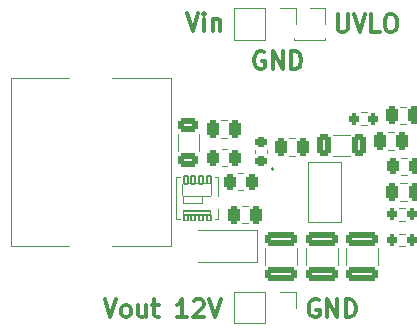
<source format=gto>
G04 #@! TF.GenerationSoftware,KiCad,Pcbnew,(6.0.5)*
G04 #@! TF.CreationDate,2023-01-30T16:32:02-08:00*
G04 #@! TF.ProjectId,12V_Converter_TPS611781,3132565f-436f-46e7-9665-727465725f54,rev?*
G04 #@! TF.SameCoordinates,Original*
G04 #@! TF.FileFunction,Legend,Top*
G04 #@! TF.FilePolarity,Positive*
%FSLAX46Y46*%
G04 Gerber Fmt 4.6, Leading zero omitted, Abs format (unit mm)*
G04 Created by KiCad (PCBNEW (6.0.5)) date 2023-01-30 16:32:02*
%MOMM*%
%LPD*%
G01*
G04 APERTURE LIST*
G04 Aperture macros list*
%AMRoundRect*
0 Rectangle with rounded corners*
0 $1 Rounding radius*
0 $2 $3 $4 $5 $6 $7 $8 $9 X,Y pos of 4 corners*
0 Add a 4 corners polygon primitive as box body*
4,1,4,$2,$3,$4,$5,$6,$7,$8,$9,$2,$3,0*
0 Add four circle primitives for the rounded corners*
1,1,$1+$1,$2,$3*
1,1,$1+$1,$4,$5*
1,1,$1+$1,$6,$7*
1,1,$1+$1,$8,$9*
0 Add four rect primitives between the rounded corners*
20,1,$1+$1,$2,$3,$4,$5,0*
20,1,$1+$1,$4,$5,$6,$7,0*
20,1,$1+$1,$6,$7,$8,$9,0*
20,1,$1+$1,$8,$9,$2,$3,0*%
G04 Aperture macros list end*
%ADD10C,0.300000*%
%ADD11C,0.150000*%
%ADD12C,0.120000*%
%ADD13C,0.100000*%
%ADD14RoundRect,0.250000X0.262500X0.450000X-0.262500X0.450000X-0.262500X-0.450000X0.262500X-0.450000X0*%
%ADD15R,1.700000X1.700000*%
%ADD16R,1.400000X2.100000*%
%ADD17RoundRect,0.250000X0.250000X0.475000X-0.250000X0.475000X-0.250000X-0.475000X0.250000X-0.475000X0*%
%ADD18O,1.700000X1.700000*%
%ADD19RoundRect,0.250000X-0.250000X-0.475000X0.250000X-0.475000X0.250000X0.475000X-0.250000X0.475000X0*%
%ADD20RoundRect,0.250000X-0.325000X-0.650000X0.325000X-0.650000X0.325000X0.650000X-0.325000X0.650000X0*%
%ADD21RoundRect,0.225000X-0.250000X0.225000X-0.250000X-0.225000X0.250000X-0.225000X0.250000X0.225000X0*%
%ADD22RoundRect,0.250000X0.625000X-0.312500X0.625000X0.312500X-0.625000X0.312500X-0.625000X-0.312500X0*%
%ADD23R,1.955432X0.420766*%
%ADD24R,1.819999X2.859999*%
%ADD25RoundRect,0.250000X1.100000X-0.325000X1.100000X0.325000X-1.100000X0.325000X-1.100000X-0.325000X0*%
%ADD26R,2.997200X4.648200*%
%ADD27RoundRect,0.050000X-0.837500X0.500000X-0.837500X-0.500000X0.837500X-0.500000X0.837500X0.500000X0*%
%ADD28RoundRect,0.050000X-0.175000X0.337500X-0.175000X-0.337500X0.175000X-0.337500X0.175000X0.337500X0*%
%ADD29RoundRect,0.031429X-1.218571X0.518571X-1.218571X-0.518571X1.218571X-0.518571X1.218571X0.518571X0*%
%ADD30RoundRect,0.050000X-1.150000X0.175000X-1.150000X-0.175000X1.150000X-0.175000X1.150000X0.175000X0*%
%ADD31RoundRect,0.050000X-0.175000X0.225000X-0.175000X-0.225000X0.175000X-0.225000X0.175000X0.225000X0*%
%ADD32R,1.099998X0.449986*%
%ADD33RoundRect,0.200000X-0.200000X-0.275000X0.200000X-0.275000X0.200000X0.275000X-0.200000X0.275000X0*%
G04 APERTURE END LIST*
D10*
X64540428Y-121225571D02*
X65040428Y-122725571D01*
X65540428Y-121225571D01*
X66254714Y-122725571D02*
X66111857Y-122654142D01*
X66040428Y-122582714D01*
X65969000Y-122439857D01*
X65969000Y-122011285D01*
X66040428Y-121868428D01*
X66111857Y-121797000D01*
X66254714Y-121725571D01*
X66469000Y-121725571D01*
X66611857Y-121797000D01*
X66683285Y-121868428D01*
X66754714Y-122011285D01*
X66754714Y-122439857D01*
X66683285Y-122582714D01*
X66611857Y-122654142D01*
X66469000Y-122725571D01*
X66254714Y-122725571D01*
X68040428Y-121725571D02*
X68040428Y-122725571D01*
X67397571Y-121725571D02*
X67397571Y-122511285D01*
X67469000Y-122654142D01*
X67611857Y-122725571D01*
X67826142Y-122725571D01*
X67969000Y-122654142D01*
X68040428Y-122582714D01*
X68540428Y-121725571D02*
X69111857Y-121725571D01*
X68754714Y-121225571D02*
X68754714Y-122511285D01*
X68826142Y-122654142D01*
X68969000Y-122725571D01*
X69111857Y-122725571D01*
X71540428Y-122725571D02*
X70683285Y-122725571D01*
X71111857Y-122725571D02*
X71111857Y-121225571D01*
X70969000Y-121439857D01*
X70826142Y-121582714D01*
X70683285Y-121654142D01*
X72111857Y-121368428D02*
X72183285Y-121297000D01*
X72326142Y-121225571D01*
X72683285Y-121225571D01*
X72826142Y-121297000D01*
X72897571Y-121368428D01*
X72969000Y-121511285D01*
X72969000Y-121654142D01*
X72897571Y-121868428D01*
X72040428Y-122725571D01*
X72969000Y-122725571D01*
X73397571Y-121225571D02*
X73897571Y-122725571D01*
X74397571Y-121225571D01*
X78054342Y-100291200D02*
X77911485Y-100219771D01*
X77697200Y-100219771D01*
X77482914Y-100291200D01*
X77340057Y-100434057D01*
X77268628Y-100576914D01*
X77197200Y-100862628D01*
X77197200Y-101076914D01*
X77268628Y-101362628D01*
X77340057Y-101505485D01*
X77482914Y-101648342D01*
X77697200Y-101719771D01*
X77840057Y-101719771D01*
X78054342Y-101648342D01*
X78125771Y-101576914D01*
X78125771Y-101076914D01*
X77840057Y-101076914D01*
X78768628Y-101719771D02*
X78768628Y-100219771D01*
X79625771Y-101719771D01*
X79625771Y-100219771D01*
X80340057Y-101719771D02*
X80340057Y-100219771D01*
X80697200Y-100219771D01*
X80911485Y-100291200D01*
X81054342Y-100434057D01*
X81125771Y-100576914D01*
X81197200Y-100862628D01*
X81197200Y-101076914D01*
X81125771Y-101362628D01*
X81054342Y-101505485D01*
X80911485Y-101648342D01*
X80697200Y-101719771D01*
X80340057Y-101719771D01*
X84276714Y-97095571D02*
X84276714Y-98309857D01*
X84348142Y-98452714D01*
X84419571Y-98524142D01*
X84562428Y-98595571D01*
X84848142Y-98595571D01*
X84991000Y-98524142D01*
X85062428Y-98452714D01*
X85133857Y-98309857D01*
X85133857Y-97095571D01*
X85633857Y-97095571D02*
X86133857Y-98595571D01*
X86633857Y-97095571D01*
X87848142Y-98595571D02*
X87133857Y-98595571D01*
X87133857Y-97095571D01*
X88633857Y-97095571D02*
X88919571Y-97095571D01*
X89062428Y-97167000D01*
X89205285Y-97309857D01*
X89276714Y-97595571D01*
X89276714Y-98095571D01*
X89205285Y-98381285D01*
X89062428Y-98524142D01*
X88919571Y-98595571D01*
X88633857Y-98595571D01*
X88491000Y-98524142D01*
X88348142Y-98381285D01*
X88276714Y-98095571D01*
X88276714Y-97595571D01*
X88348142Y-97309857D01*
X88491000Y-97167000D01*
X88633857Y-97095571D01*
X82677142Y-121297000D02*
X82534285Y-121225571D01*
X82320000Y-121225571D01*
X82105714Y-121297000D01*
X81962857Y-121439857D01*
X81891428Y-121582714D01*
X81820000Y-121868428D01*
X81820000Y-122082714D01*
X81891428Y-122368428D01*
X81962857Y-122511285D01*
X82105714Y-122654142D01*
X82320000Y-122725571D01*
X82462857Y-122725571D01*
X82677142Y-122654142D01*
X82748571Y-122582714D01*
X82748571Y-122082714D01*
X82462857Y-122082714D01*
X83391428Y-122725571D02*
X83391428Y-121225571D01*
X84248571Y-122725571D01*
X84248571Y-121225571D01*
X84962857Y-122725571D02*
X84962857Y-121225571D01*
X85320000Y-121225571D01*
X85534285Y-121297000D01*
X85677142Y-121439857D01*
X85748571Y-121582714D01*
X85820000Y-121868428D01*
X85820000Y-122082714D01*
X85748571Y-122368428D01*
X85677142Y-122511285D01*
X85534285Y-122654142D01*
X85320000Y-122725571D01*
X84962857Y-122725571D01*
X71489285Y-96968571D02*
X71989285Y-98468571D01*
X72489285Y-96968571D01*
X72989285Y-98468571D02*
X72989285Y-97468571D01*
X72989285Y-96968571D02*
X72917857Y-97040000D01*
X72989285Y-97111428D01*
X73060714Y-97040000D01*
X72989285Y-96968571D01*
X72989285Y-97111428D01*
X73703571Y-97468571D02*
X73703571Y-98468571D01*
X73703571Y-97611428D02*
X73775000Y-97540000D01*
X73917857Y-97468571D01*
X74132142Y-97468571D01*
X74275000Y-97540000D01*
X74346428Y-97682857D01*
X74346428Y-98468571D01*
D11*
X82407787Y-111578379D02*
X82407787Y-112387903D01*
X82455406Y-112483141D01*
X82503025Y-112530760D01*
X82598263Y-112578379D01*
X82788739Y-112578379D01*
X82883977Y-112530760D01*
X82931596Y-112483141D01*
X82979215Y-112387903D01*
X82979215Y-111578379D01*
X83979215Y-112578379D02*
X83407787Y-112578379D01*
X83693501Y-112578379D02*
X83693501Y-111578379D01*
X83598263Y-111721237D01*
X83503025Y-111816475D01*
X83407787Y-111864094D01*
X83169692Y-111578379D02*
X83169692Y-111816475D01*
X82931596Y-111721237D02*
X83169692Y-111816475D01*
X83407787Y-111721237D01*
X83026834Y-112006951D02*
X83169692Y-111816475D01*
X83312549Y-112006951D01*
X71842380Y-112649000D02*
X72080476Y-112649000D01*
X71985238Y-112887095D02*
X72080476Y-112649000D01*
X71985238Y-112410904D01*
X72270952Y-112791857D02*
X72080476Y-112649000D01*
X72270952Y-112506142D01*
D12*
X74903064Y-109955000D02*
X74448936Y-109955000D01*
X74903064Y-108485000D02*
X74448936Y-108485000D01*
X83245000Y-99127000D02*
X83245000Y-99247000D01*
X80585000Y-99127000D02*
X80585000Y-99247000D01*
X83245000Y-96587000D02*
X83245000Y-97917000D01*
X80585000Y-99247000D02*
X83245000Y-99247000D01*
X81915000Y-96587000D02*
X83245000Y-96587000D01*
X77461000Y-118073000D02*
X77461000Y-115353000D01*
X77461000Y-118073000D02*
X72481000Y-118073000D01*
X77461000Y-115353000D02*
X72481000Y-115353000D01*
X90110994Y-112860999D02*
X89588490Y-112860999D01*
X90110994Y-111390999D02*
X89588490Y-111390999D01*
X78110000Y-120590000D02*
X75510000Y-120590000D01*
X75510000Y-120590000D02*
X75510000Y-123250000D01*
X80710000Y-120590000D02*
X80710000Y-121920000D01*
X79380000Y-120590000D02*
X80710000Y-120590000D01*
X78110000Y-120590000D02*
X78110000Y-123250000D01*
X78110000Y-123250000D02*
X75510000Y-123250000D01*
X80129748Y-109066000D02*
X80652252Y-109066000D01*
X80129748Y-107596000D02*
X80652252Y-107596000D01*
X83870490Y-109098999D02*
X85292994Y-109098999D01*
X83870490Y-107278999D02*
X85292994Y-107278999D01*
X78296024Y-108557637D02*
X78296024Y-108838797D01*
X77276024Y-108557637D02*
X77276024Y-108838797D01*
X70718000Y-108677064D02*
X70718000Y-107222936D01*
X72538000Y-108677064D02*
X72538000Y-107222936D01*
X76300064Y-110517000D02*
X75845936Y-110517000D01*
X76300064Y-111987000D02*
X75845936Y-111987000D01*
X74937252Y-106072000D02*
X74414748Y-106072000D01*
X74937252Y-107542000D02*
X74414748Y-107542000D01*
X81772024Y-109625999D02*
X84567360Y-109625999D01*
X81772024Y-114625999D02*
X84567360Y-114625999D01*
X81772024Y-114625999D02*
X81772024Y-109625999D01*
X84567360Y-114625999D02*
X84567360Y-109625999D01*
X78894694Y-110175998D02*
G75*
G03*
X78894694Y-110175998I-125001J0D01*
G01*
X90119306Y-110701999D02*
X89665178Y-110701999D01*
X90119306Y-109231999D02*
X89665178Y-109231999D01*
X84290742Y-118298251D02*
X84290742Y-116875747D01*
X81570742Y-118298251D02*
X81570742Y-116875747D01*
X89527490Y-104913999D02*
X90049994Y-104913999D01*
X89527490Y-106383999D02*
X90049994Y-106383999D01*
X70154800Y-102476300D02*
X65204340Y-102476300D01*
X61541660Y-102476300D02*
X56591200Y-102476300D01*
X65204340Y-116725700D02*
X70154800Y-116725700D01*
X56591200Y-116725700D02*
X61541660Y-116725700D01*
X70154800Y-116725700D02*
X70154800Y-102476300D01*
X56591200Y-102476300D02*
X56591200Y-116725700D01*
X80710000Y-96587000D02*
X80710000Y-97917000D01*
X78110000Y-96587000D02*
X75510000Y-96587000D01*
X79380000Y-96587000D02*
X80710000Y-96587000D01*
X75510000Y-96587000D02*
X75510000Y-99247000D01*
X78110000Y-99247000D02*
X75510000Y-99247000D01*
X78110000Y-96587000D02*
X78110000Y-99247000D01*
X88511490Y-107072999D02*
X89033994Y-107072999D01*
X88511490Y-108542999D02*
X89033994Y-108542999D01*
X87719742Y-118298251D02*
X87719742Y-116875747D01*
X84999742Y-118298251D02*
X84999742Y-116875747D01*
X74168000Y-113601733D02*
X74168000Y-114427000D01*
X74168000Y-110871000D02*
X74168000Y-112486267D01*
X70612000Y-110871000D02*
X70907261Y-110871000D01*
X70612000Y-114427000D02*
X70612000Y-110871000D01*
X74168000Y-114427000D02*
X73872739Y-114427000D01*
X70907261Y-114427000D02*
X70612000Y-114427000D01*
X73872739Y-110871000D02*
X74168000Y-110871000D01*
G36*
X73539999Y-114548501D02*
G01*
X73189999Y-114548501D01*
X73189999Y-114098501D01*
X72890001Y-114098501D01*
X72890001Y-114548501D01*
X72540001Y-114548501D01*
X72540001Y-114098501D01*
X72239999Y-114098501D01*
X72239999Y-114548501D01*
X71889999Y-114548501D01*
X71889999Y-114098501D01*
X71590001Y-114098501D01*
X71590001Y-114548501D01*
X71240001Y-114548501D01*
X71240001Y-113748501D01*
X73539999Y-113748501D01*
X73539999Y-114548501D01*
G37*
D13*
X73539999Y-114548501D02*
X73189999Y-114548501D01*
X73189999Y-114098501D01*
X72890001Y-114098501D01*
X72890001Y-114548501D01*
X72540001Y-114548501D01*
X72540001Y-114098501D01*
X72239999Y-114098501D01*
X72239999Y-114548501D01*
X71889999Y-114548501D01*
X71889999Y-114098501D01*
X71590001Y-114098501D01*
X71590001Y-114548501D01*
X71240001Y-114548501D01*
X71240001Y-113748501D01*
X73539999Y-113748501D01*
X73539999Y-114548501D01*
G36*
X72239999Y-111448999D02*
G01*
X72540001Y-111448999D01*
X72540001Y-110748999D01*
X72890001Y-110748999D01*
X72890001Y-111448999D01*
X73189999Y-111448999D01*
X73189999Y-110748999D01*
X73539999Y-110748999D01*
X73539999Y-111448999D01*
X73594999Y-111448999D01*
X73594999Y-112433999D01*
X72865000Y-112433999D01*
X72865000Y-113099000D01*
X71185001Y-113099499D01*
X71185001Y-111449499D01*
X71240001Y-111449499D01*
X71240001Y-110749499D01*
X71590001Y-110749499D01*
X71590001Y-111449499D01*
X71889999Y-111448999D01*
X71889999Y-110748999D01*
X72239999Y-110748999D01*
X72239999Y-111448999D01*
G37*
X72239999Y-111448999D02*
X72540001Y-111448999D01*
X72540001Y-110748999D01*
X72890001Y-110748999D01*
X72890001Y-111448999D01*
X73189999Y-111448999D01*
X73189999Y-110748999D01*
X73539999Y-110748999D01*
X73539999Y-111448999D01*
X73594999Y-111448999D01*
X73594999Y-112433999D01*
X72865000Y-112433999D01*
X72865000Y-113099000D01*
X71185001Y-113099499D01*
X71185001Y-111449499D01*
X71240001Y-111449499D01*
X71240001Y-110749499D01*
X71590001Y-110749499D01*
X71590001Y-111449499D01*
X71889999Y-111448999D01*
X71889999Y-110748999D01*
X72239999Y-110748999D01*
X72239999Y-111448999D01*
D12*
X78141742Y-118298251D02*
X78141742Y-116875747D01*
X80861742Y-118298251D02*
X80861742Y-116875747D01*
X86249742Y-106440500D02*
X86724258Y-106440500D01*
X86249742Y-105395500D02*
X86724258Y-105395500D01*
X76192748Y-114781000D02*
X76715252Y-114781000D01*
X76192748Y-113311000D02*
X76715252Y-113311000D01*
X89487484Y-115667499D02*
X89962000Y-115667499D01*
X89487484Y-116712499D02*
X89962000Y-116712499D01*
X89487484Y-113508499D02*
X89962000Y-113508499D01*
X89487484Y-114553499D02*
X89962000Y-114553499D01*
%LPC*%
G36*
X73539999Y-114548501D02*
G01*
X73189999Y-114548501D01*
X73189999Y-114098501D01*
X72890001Y-114098501D01*
X72890001Y-114548501D01*
X72540001Y-114548501D01*
X72540001Y-114098501D01*
X72239999Y-114098501D01*
X72239999Y-114548501D01*
X71889999Y-114548501D01*
X71889999Y-114098501D01*
X71590001Y-114098501D01*
X71590001Y-114548501D01*
X71240001Y-114548501D01*
X71240001Y-113748501D01*
X73539999Y-113748501D01*
X73539999Y-114548501D01*
G37*
D13*
X73539999Y-114548501D02*
X73189999Y-114548501D01*
X73189999Y-114098501D01*
X72890001Y-114098501D01*
X72890001Y-114548501D01*
X72540001Y-114548501D01*
X72540001Y-114098501D01*
X72239999Y-114098501D01*
X72239999Y-114548501D01*
X71889999Y-114548501D01*
X71889999Y-114098501D01*
X71590001Y-114098501D01*
X71590001Y-114548501D01*
X71240001Y-114548501D01*
X71240001Y-113748501D01*
X73539999Y-113748501D01*
X73539999Y-114548501D01*
G36*
X72239999Y-111448999D02*
G01*
X72540001Y-111448999D01*
X72540001Y-110748999D01*
X72890001Y-110748999D01*
X72890001Y-111448999D01*
X73189999Y-111448999D01*
X73189999Y-110748999D01*
X73539999Y-110748999D01*
X73539999Y-111448999D01*
X73594999Y-111448999D01*
X73594999Y-112433999D01*
X72865000Y-112433999D01*
X72865000Y-113099000D01*
X71185001Y-113099499D01*
X71185001Y-111449499D01*
X71240001Y-111449499D01*
X71240001Y-110749499D01*
X71590001Y-110749499D01*
X71590001Y-111449499D01*
X71889999Y-111448999D01*
X71889999Y-110748999D01*
X72239999Y-110748999D01*
X72239999Y-111448999D01*
G37*
X72239999Y-111448999D02*
X72540001Y-111448999D01*
X72540001Y-110748999D01*
X72890001Y-110748999D01*
X72890001Y-111448999D01*
X73189999Y-111448999D01*
X73189999Y-110748999D01*
X73539999Y-110748999D01*
X73539999Y-111448999D01*
X73594999Y-111448999D01*
X73594999Y-112433999D01*
X72865000Y-112433999D01*
X72865000Y-113099000D01*
X71185001Y-113099499D01*
X71185001Y-111449499D01*
X71240001Y-111449499D01*
X71240001Y-110749499D01*
X71590001Y-110749499D01*
X71590001Y-111449499D01*
X71889999Y-111448999D01*
X71889999Y-110748999D01*
X72239999Y-110748999D01*
X72239999Y-111448999D01*
D14*
X75588500Y-109220000D03*
X73763500Y-109220000D03*
D15*
X81915000Y-97917000D03*
D16*
X76581000Y-116713000D03*
X72181000Y-116713000D03*
D17*
X90799742Y-112125999D03*
X88899742Y-112125999D03*
D15*
X79380000Y-121920000D03*
D18*
X76840000Y-121920000D03*
D19*
X79441000Y-108331000D03*
X81341000Y-108331000D03*
D20*
X83106742Y-108188999D03*
X86056742Y-108188999D03*
D21*
X77786024Y-107923217D03*
X77786024Y-109473217D03*
D22*
X71628000Y-109412500D03*
X71628000Y-106487500D03*
D14*
X76985500Y-111252000D03*
X75160500Y-111252000D03*
D17*
X75626000Y-106807000D03*
X73726000Y-106807000D03*
D23*
X80294308Y-110175998D03*
X80294308Y-110825999D03*
X80294308Y-111475998D03*
X80294308Y-112125999D03*
X80294308Y-112776000D03*
X80294308Y-113425999D03*
X80294308Y-114076000D03*
X86045076Y-114076000D03*
X86045076Y-113425999D03*
X86045076Y-112776000D03*
X86045076Y-112125999D03*
X86045076Y-111475998D03*
X86045076Y-110825999D03*
X86045076Y-110175998D03*
D24*
X83169692Y-112125999D03*
D14*
X90804742Y-109966999D03*
X88979742Y-109966999D03*
D25*
X82930742Y-119061999D03*
X82930742Y-116111999D03*
D19*
X88838742Y-105648999D03*
X90738742Y-105648999D03*
D26*
X63373000Y-114427000D03*
X63373000Y-104775000D03*
D15*
X79380000Y-97917000D03*
D18*
X76840000Y-97917000D03*
D19*
X87822742Y-107807999D03*
X89722742Y-107807999D03*
D25*
X86359742Y-119061999D03*
X86359742Y-116111999D03*
D27*
X72027500Y-112599000D03*
D28*
X73364999Y-111086499D03*
D29*
X72390000Y-111949000D03*
D28*
X72715001Y-111086499D03*
X72064999Y-111086499D03*
X71415001Y-111086499D03*
D30*
X72390000Y-113924000D03*
D31*
X71415001Y-114323501D03*
X72064999Y-114323501D03*
X72715001Y-114323501D03*
X73364999Y-114323501D03*
D32*
X73740000Y-113044000D03*
D25*
X79501742Y-119061999D03*
X79501742Y-116111999D03*
D33*
X85662000Y-105918000D03*
X87312000Y-105918000D03*
D19*
X75504000Y-114046000D03*
X77404000Y-114046000D03*
D33*
X88899742Y-116189999D03*
X90549742Y-116189999D03*
X88899742Y-114030999D03*
X90549742Y-114030999D03*
M02*

</source>
